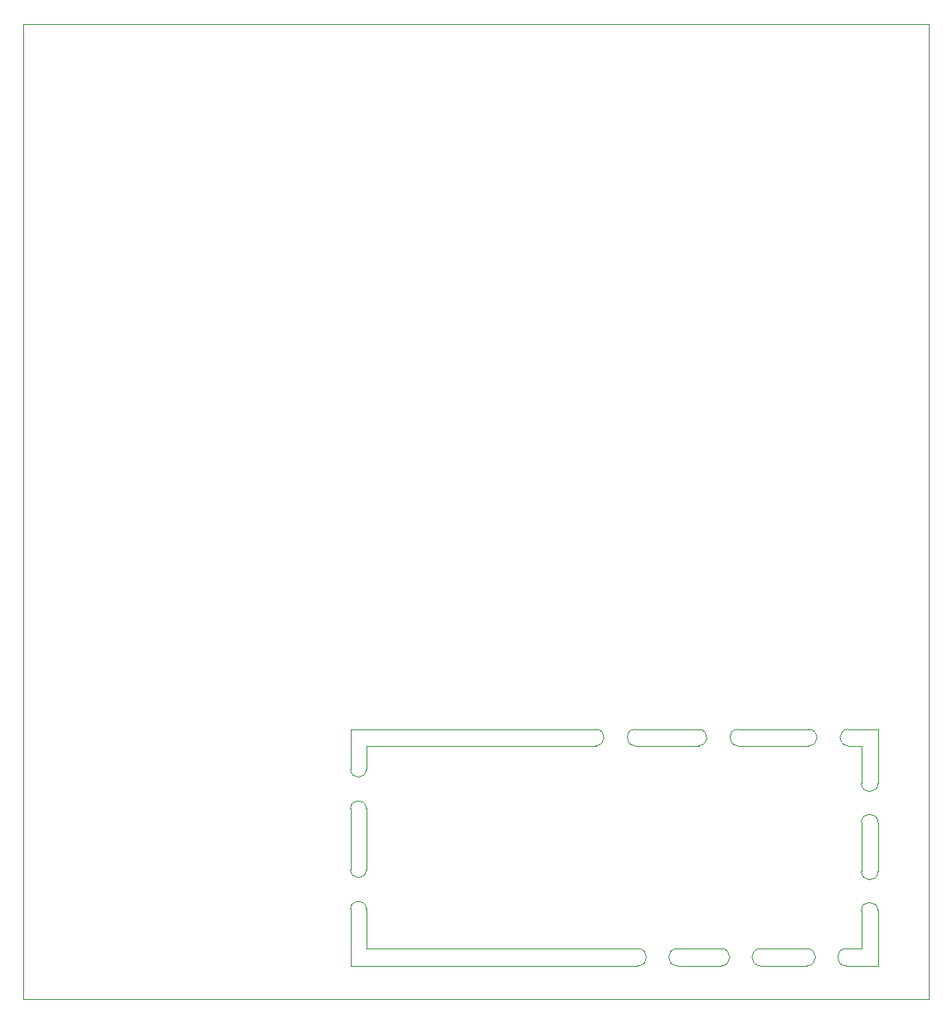
<source format=gbr>
%TF.GenerationSoftware,KiCad,Pcbnew,8.0.4*%
%TF.CreationDate,2024-07-29T01:23:14-07:00*%
%TF.ProjectId,panel_2,70616e65-6c5f-4322-9e6b-696361645f70,rev?*%
%TF.SameCoordinates,Original*%
%TF.FileFunction,Profile,NP*%
%FSLAX46Y46*%
G04 Gerber Fmt 4.6, Leading zero omitted, Abs format (unit mm)*
G04 Created by KiCad (PCBNEW 8.0.4) date 2024-07-29 01:23:14*
%MOMM*%
%LPD*%
G01*
G04 APERTURE LIST*
%TA.AperFunction,Profile*%
%ADD10C,0.050000*%
%TD*%
G04 APERTURE END LIST*
D10*
X102550000Y-39800000D02*
X102550000Y-139300000D01*
X195050000Y-139300000D02*
X102550000Y-139300000D01*
X195050000Y-39800000D02*
X195050000Y-139300000D01*
X195050000Y-39800000D02*
X102550000Y-39800000D01*
X175550000Y-113410000D02*
G75*
G02*
X175550000Y-111750000I0J830000D01*
G01*
X182600000Y-134130000D02*
G75*
G02*
X182600000Y-135870000I0J-870000D01*
G01*
X189850000Y-117250000D02*
G75*
G02*
X188150000Y-117250000I-850000J0D01*
G01*
X136000000Y-130080000D02*
X136000000Y-135870000D01*
X137600000Y-115830000D02*
G75*
G02*
X136000000Y-115830000I-800000J0D01*
G01*
X177850000Y-135870000D02*
X182600000Y-135870000D01*
X161050000Y-111750000D02*
G75*
G02*
X161050000Y-113410000I0J-830000D01*
G01*
X161050000Y-113410000D02*
X137600000Y-113410000D01*
X186600000Y-135870057D02*
X189850000Y-135870057D01*
X189850000Y-126250000D02*
G75*
G02*
X188150000Y-126250000I-850000J0D01*
G01*
X186800000Y-111750000D02*
X189850000Y-111750000D01*
X137600000Y-134130000D02*
X137600000Y-130080000D01*
X165350000Y-135870000D02*
X136000000Y-135870000D01*
X188150000Y-121250000D02*
X188150000Y-126250000D01*
X188150000Y-121250000D02*
G75*
G02*
X189850000Y-121250000I850000J0D01*
G01*
X189850000Y-130250000D02*
X189850000Y-135870000D01*
X169350000Y-135870000D02*
X173850000Y-135870000D01*
X137600000Y-115830000D02*
X137600000Y-113410000D01*
X169350000Y-134130000D02*
X173850000Y-134130000D01*
X165350000Y-134130000D02*
X137600000Y-134130000D01*
X169350000Y-135870000D02*
G75*
G02*
X169350000Y-134130000I0J870000D01*
G01*
X177850000Y-135870000D02*
G75*
G02*
X177850000Y-134130000I0J870000D01*
G01*
X136000000Y-119830000D02*
G75*
G02*
X137600000Y-119830000I800000J0D01*
G01*
X161050000Y-111750000D02*
X136000000Y-111750000D01*
X182800000Y-113410000D02*
X175550000Y-113410000D01*
X171550000Y-111750000D02*
G75*
G02*
X171550000Y-113410000I0J-830000D01*
G01*
X189850000Y-117250000D02*
X189850000Y-111750000D01*
X177850000Y-134130000D02*
X182600000Y-134130000D01*
X136000000Y-115830000D02*
X136000000Y-111750000D01*
X188150000Y-134129943D02*
X188150000Y-130250000D01*
X165050000Y-113410000D02*
G75*
G02*
X165050000Y-111750000I0J830000D01*
G01*
X189850000Y-126250000D02*
X189850000Y-121250000D01*
X165050000Y-111750000D02*
X171550000Y-111750000D01*
X173850000Y-134130000D02*
G75*
G02*
X173850000Y-135870000I0J-870000D01*
G01*
X182800000Y-111750000D02*
X175550000Y-111750000D01*
X136000000Y-130080000D02*
G75*
G02*
X137600000Y-130080000I800000J0D01*
G01*
X136000000Y-119830000D02*
X136000000Y-126080000D01*
X186600000Y-134129943D02*
X188150000Y-134129943D01*
X188150000Y-130250000D02*
G75*
G02*
X189850000Y-130250000I850000J0D01*
G01*
X182800000Y-111750000D02*
G75*
G02*
X182800000Y-113410000I0J-830000D01*
G01*
X137600000Y-126080000D02*
X137600000Y-119830000D01*
X186800000Y-113410000D02*
G75*
G02*
X186800000Y-111750000I0J830000D01*
G01*
X165350000Y-134130000D02*
G75*
G02*
X165350000Y-135870000I0J-870000D01*
G01*
X186600000Y-135870057D02*
G75*
G02*
X186600000Y-134129943I0J870057D01*
G01*
X186800000Y-113410000D02*
X188150000Y-113410000D01*
X137600000Y-126080000D02*
G75*
G02*
X136000000Y-126080000I-800000J0D01*
G01*
X188150000Y-113410000D02*
X188150000Y-117250000D01*
X171550000Y-113410000D02*
X165050000Y-113410000D01*
M02*

</source>
